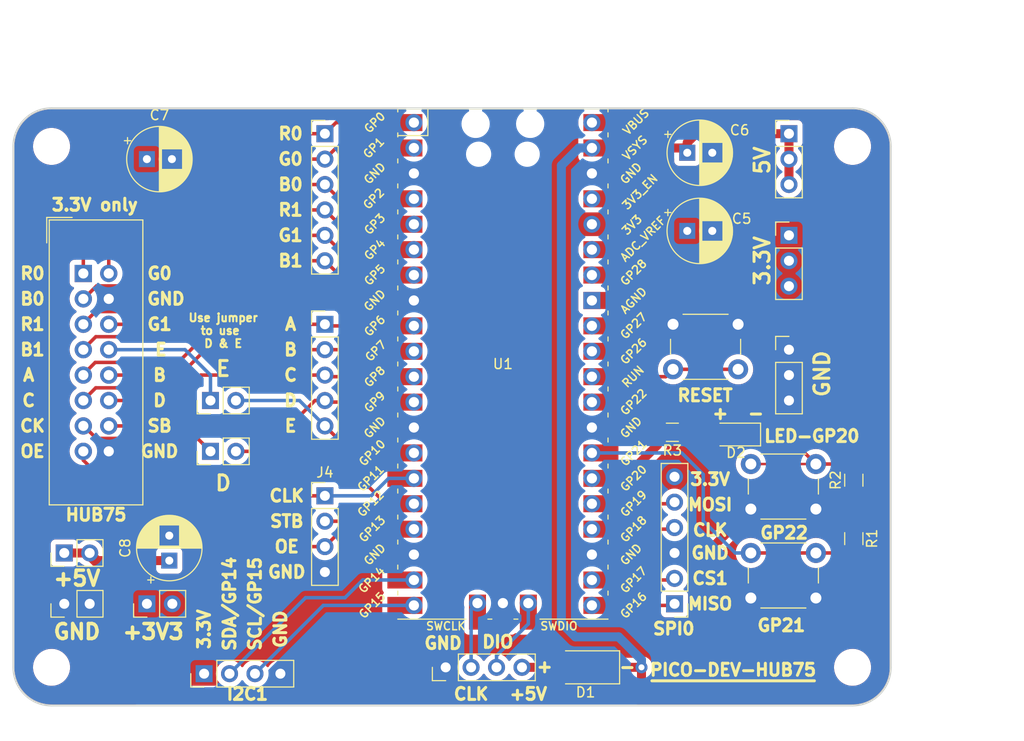
<source format=kicad_pcb>
(kicad_pcb (version 20221018) (generator pcbnew)
  (layers (0 "F.Cu" signal) (31 "B.Cu" signal) (34 "B.Paste" user) (35 "F.Paste" user) (36 "B.SilkS" user "B.Silkscreen") (37 "F.SilkS" user "F.Silkscreen") (38 "B.Mask" user) (39 "F.Mask" user) (44 "Edge.Cuts" user))
  (net 0 "")
  (net 1 "GND")
  (net 2 "+3V3")
  (net 3 "/B1_LV")
  (net 4 "/G1_LV")
  (net 5 "/R1_LV")
  (net 6 "/B0_LV")
  (net 7 "/G0_LV")
  (net 8 "/R0_LV")
  (net 9 "+5V")
  (net 10 "Net-(U1-Pad31)")
  (net 11 "Net-(U1-Pad32)")
  (net 12 "Net-(U1-Pad33)")
  (net 13 "Net-(U1-Pad34)")
  (net 14 "Net-(U1-Pad35)")
  (net 15 "Net-(U1-Pad37)")
  (net 16 "Net-(U1-Pad40)")
  (net 17 "/A_LV")
  (net 18 "/B_LV")
  (net 19 "/C_LV")
  (net 20 "/D_LV")
  (net 21 "/E_LV")
  (net 22 "/CLK_LV")
  (net 23 "/STB_LV")
  (net 24 "/OE_LV")
  (net 25 "Net-(D1-Pad2)")
  (net 26 "Net-(J5-Pad1)")
  (net 27 "Net-(J5-Pad2)")
  (net 28 "Net-(J5-Pad4)")
  (net 29 "Net-(J5-Pad5)")
  (net 30 "/SDA")
  (net 31 "/SCL")
  (net 32 "Net-(J10-Pad3)")
  (net 33 "Net-(J10-Pad2)")
  (net 34 "/SW2")
  (net 35 "/SW1")
  (net 36 "/RUN")
  (net 37 "/LED")
  (net 38 "Net-(D2-Pad2)")
  (net 39 "Net-(J1-Pad8)")
  (net 40 "Net-(J1-Pad12)")
  (footprint "MCU_RaspberryPi_and_Boards:RPi_Pico_SMD_TH" (layer "F.Cu") (at 201.295 78.9)
    (fp_text reference "U1")
    (fp_text value "Pico")
  )
  (footprint "MountingHole:MountingHole_3.2mm_M3" (layer "F.Cu") (at 236.22 109.22)
    (fp_text reference "H1")
    (fp_text value "MountingHole")
  )
  (footprint "MountingHole:MountingHole_3.2mm_M3" (layer "F.Cu") (at 156.21 109.22)
    (fp_text reference "H2")
    (fp_text value "MountingHole")
  )
  (footprint "MountingHole:MountingHole_3.2mm_M3" (layer "F.Cu") (at 156.21 57.15)
    (fp_text reference "H3")
    (fp_text value "MountingHole")
  )
  (footprint "MountingHole:MountingHole_3.2mm_M3" (layer "F.Cu") (at 236.22 57.15)
    (fp_text reference "H4")
    (fp_text value "MountingHole")
  )
  (footprint "Connector_PinHeader_2.54mm:PinHeader_1x03_P2.54mm_Vertical" (layer "F.Cu") (at 229.87 77.47)
    (fp_text reference "J6")
    (fp_text value "Conn_01x03_Male")
  )
  (footprint "Connector_PinHeader_2.54mm:PinHeader_1x03_P2.54mm_Vertical" (layer "F.Cu") (at 229.87 55.88)
    (fp_text reference "J7")
    (fp_text value "Conn_01x03_Male")
  )
  (footprint "Connector_PinHeader_2.54mm:PinHeader_1x03_P2.54mm_Vertical" (layer "F.Cu") (at 229.87 66.04)
    (fp_text reference "J8")
    (fp_text value "Conn_01x03_Male")
  )
  (footprint "Button_Switch_THT:SW_PUSH_6mm_H5mm" (layer "F.Cu") (at 226.06 97.79)
    (fp_text reference "SW3")
    (fp_text value "SW_Push")
  )
  (footprint "Button_Switch_THT:SW_PUSH_6mm_H5mm" (layer "F.Cu") (at 224.79 79.43 180)
    (fp_text reference "SW1")
    (fp_text value "SW_Push")
  )
  (footprint "Connector_PinHeader_2.54mm:PinHeader_1x06_P2.54mm_Vertical" (layer "F.Cu") (at 218.44 102.87 180)
    (fp_text reference "J5")
    (fp_text value "Conn_01x06_Male")
  )
  (footprint "Connector_PinHeader_2.54mm:PinHeader_1x04_P2.54mm_Vertical" (layer "F.Cu") (at 195.58 109.22 90)
    (fp_text reference "J10")
    (fp_text value "Conn_01x04_Male")
  )
  (footprint "Diode_SMD:D_SMA" (layer "F.Cu") (at 209.55 109.22 180)
    (fp_text reference "D1")
    (fp_text value "D_Schottky")
  )
  (footprint "Capacitor_THT:CP_Radial_D6.3mm_P2.50mm" (layer "F.Cu") (at 219.71 65.59804)
    (fp_text reference "C5")
    (fp_text value "CP")
  )
  (footprint "Connector_PinHeader_2.54mm:PinHeader_1x04_P2.54mm_Vertical" (layer "F.Cu") (at 171.45 109.855 90)
    (fp_text reference "J9")
    (fp_text value "Conn_01x04_Male")
  )
  (footprint "Button_Switch_THT:SW_PUSH_6mm_H5mm" (layer "F.Cu") (at 226.06 88.9)
    (fp_text reference "SW2")
    (fp_text value "SW_Push")
  )
  (footprint "Connector_PinHeader_2.54mm:PinHeader_1x02_P2.54mm_Vertical" (layer "F.Cu") (at 172.085 82.55 90)
    (fp_text reference "JP1")
    (fp_text value "Jumper")
  )
  (footprint "Capacitor_THT:CP_Radial_D6.3mm_P2.50mm" (layer "F.Cu") (at 219.71 57.785)
    (fp_text reference "C6")
    (fp_text value "CP")
  )
  (footprint "Connector_PinHeader_2.54mm:PinHeader_1x05_P2.54mm_Vertical" (layer "F.Cu") (at 183.515 74.93)
    (fp_text reference "J3")
    (fp_text value "Conn_01x05_Male")
  )
  (footprint "Connector_IDC:IDC-Header_2x08_P2.54mm_Vertical" (layer "F.Cu") (at 159.385 69.85)
    (fp_text reference "J1")
    (fp_text value "Conn_02x08_Odd_Even")
  )
  (footprint "Capacitor_THT:CP_Radial_D6.3mm_P2.50mm" (layer "F.Cu") (at 167.9702 98.552 90)
    (fp_text reference "C8")
    (fp_text value "CP")
  )
  (footprint "Capacitor_THT:CP_Radial_D6.3mm_P2.50mm" (layer "F.Cu") (at 165.735 58.42)
    (fp_text reference "C7")
    (fp_text value "CP")
  )
  (footprint "LED_SMD:LED_1206_3216Metric_Pad1.42x1.75mm_HandSolder" (layer "F.Cu") (at 224.5725 85.94852 180)
    (fp_text reference "D2")
    (fp_text value "LED")
  )
  (footprint "Resistor_SMD:R_1206_3216Metric_Pad1.42x1.75mm_HandSolder" (layer "F.Cu") (at 236.347 96.3565 -90)
    (fp_text reference "R1")
    (fp_text value "10k")
  )
  (footprint "Resistor_SMD:R_1206_3216Metric_Pad1.42x1.75mm_HandSolder" (layer "F.Cu") (at 236.347 90.5145 90)
    (fp_text reference "R2")
    (fp_text value "10k")
  )
  (footprint "Resistor_SMD:R_1206_3216Metric_Pad1.42x1.75mm_HandSolder" (layer "F.Cu") (at 218.2225 85.725 180)
    (fp_text reference "R3")
    (fp_text value "470")
  )
  (footprint "Connector_PinHeader_2.54mm:PinHeader_1x02_P2.54mm_Vertical" (layer "F.Cu") (at 172.085 87.63 90)
    (fp_text reference "JP2")
    (fp_text value "Jumper")
  )
  (footprint "Connector_PinHeader_2.54mm:PinHeader_1x06_P2.54mm_Vertical" (layer "F.Cu") (at 183.515 55.88)
    (fp_text reference "J2")
    (fp_text value "Conn_01x06_Male")
  )
  (footprint "Connector_PinHeader_2.54mm:PinHeader_1x04_P2.54mm_Vertical" (layer "F.Cu") (at 183.515 92.075)
    (fp_text reference "J4")
    (fp_text value "Conn_01x05_Male")
  )
  (footprint "Connector_PinHeader_2.54mm:PinHeader_1x02_P2.54mm_Vertical" (layer "F.Cu") (at 157.48 97.79 90)
    (fp_text reference "+5V")
    (fp_text value "Conn_01x02_Male")
  )
  (footprint "Connector_PinHeader_2.54mm:PinHeader_1x02_P2.54mm_Vertical" (layer "F.Cu") (at 165.735 102.87 90)
    (fp_text reference "+3V3")
    (fp_text value "Conn_01x02_Male")
  )
  (footprint "Connector_PinHeader_2.54mm:PinHeader_1x02_P2.54mm_Vertical" (layer "F.Cu") (at 157.48 102.87 90)
    (fp_text reference "GND")
    (fp_text value "Conn_01x02_Male")
  )
  (gr_line (start 216.1794 110.5662) (end 232.41 110.5662) (stroke (width 0.3)) (layer "F.SilkS"))
  (gr_arc (start 236.22 53.34) (mid 238.914077 54.455923) (end 240.03 57.15) (stroke (width 0.2)) (layer "Edge.Cuts"))
  (gr_line (start 152.4 109.22) (end 152.4 57.15) (stroke (width 0.2)) (layer "Edge.Cuts"))
  (gr_arc (start 156.21 113.03) (mid 153.515923 111.914077) (end 152.4 109.22) (stroke (width 0.2)) (layer "Edge.Cuts"))
  (gr_line (start 156.21 53.34) (end 236.22 53.34) (stroke (width 0.2)) (layer "Edge.Cuts"))
  (gr_arc (start 240.03 109.22) (mid 238.914077 111.914077) (end 236.22 113.03) (stroke (width 0.2)) (layer "Edge.Cuts"))
  (gr_line (start 240.03 57.15) (end 240.03 109.22) (stroke (width 0.2)) (layer "Edge.Cuts"))
  (gr_line (start 236.22 113.03) (end 156.21 113.03) (stroke (width 0.2)) (layer "Edge.Cuts"))
  (gr_arc (start 152.4 57.15) (mid 153.515923 54.455923) (end 156.21 53.34) (stroke (width 0.2)) (layer "Edge.Cuts"))
  (gr_text "3.3V" (at 227.203 68.58 90) (layer "F.SilkS") (effects (font (size 1.5 1.5) (thickness 0.3))))
  (gr_text "GND" (at 233.172 79.883 90) (layer "F.SilkS") (effects (font (size 1.5 1.5) (thickness 0.3))))
  (gr_text "SCL/GP15" (at 176.53 102.87 90) (layer "F.SilkS") (effects (font (size 1.2 1.2) (thickness 0.3))))
  (gr_text "I2C1" (at 175.768 111.887) (layer "F.SilkS") (effects (font (size 1.2 1.2) (thickness 0.3))))
  (gr_text "3.3V" (at 171.45 105.41 90) (layer "F.SilkS") (effects (font (size 1.2 1.2) (thickness 0.3))))
  (gr_text "GND" (at 179.07 105.41 90) (layer "F.SilkS") (effects (font (size 1.2 1.2) (thickness 0.3))))
  (gr_text "GND" (at 195.326 106.807) (layer "F.SilkS") (effects (font (size 1.2 1.2) (thickness 0.3))))
  (gr_text "CLK" (at 198.12 111.887) (layer "F.SilkS") (effects (font (size 1.2 1.2) (thickness 0.3))))
  (gr_text "DIO" (at 200.787 106.68) (layer "F.SilkS") (effects (font (size 1.2 1.2) (thickness 0.3))))
  (gr_text "+5V" (at 203.835 111.887) (layer "F.SilkS") (effects (font (size 1.2 1.2) (thickness 0.3))))
  (gr_text "GP22" (at 229.3874 95.77832) (layer "F.SilkS") (effects (font (size 1.2 1.2) (thickness 0.3))))
  (gr_text "GP21" (at 229.108 105.029) (layer "F.SilkS") (effects (font (size 1.2 1.2) (thickness 0.3))))
  (gr_text "R1" (at 154.305 74.93) (layer "F.SilkS") (effects (font (size 1.2 1.2) (thickness 0.3))))
  (gr_text "B1" (at 154.305 77.47) (layer "F.SilkS") (effects (font (size 1.2 1.2) (thickness 0.3))))
  (gr_text "A" (at 153.924 80.01) (layer "F.SilkS") (effects (font (size 1.2 1.2) (thickness 0.3))))
  (gr_text "C" (at 153.924 82.55) (layer "F.SilkS") (effects (font (size 1.2 1.2) (thickness 0.3))))
  (gr_text "CK" (at 154.305 85.09) (layer "F.SilkS") (effects (font (size 1.2 1.2) (thickness 0.3))))
  (gr_text "OE" (at 154.305 87.63) (layer "F.SilkS") (effects (font (size 1.2 1.2) (thickness 0.3))))
  (gr_text "G0" (at 167.005 69.85) (layer "F.SilkS") (effects (font (size 1.2 1.2) (thickness 0.3))))
  (gr_text "G1" (at 167.005 74.93) (layer "F.SilkS") (effects (font (size 1.2 1.2) (thickness 0.3))))
  (gr_text "E" (at 167.132 77.47) (layer "F.SilkS") (effects (font (size 1.2 1.2) (thickness 0.3))))
  (gr_text "B" (at 167.005 80.01) (layer "F.SilkS") (effects (font (size 1.2 1.2) (thickness 0.3))))
  (gr_text "D" (at 167.005 82.55) (layer "F.SilkS") (effects (font (size 1.2 1.2) (thickness 0.3))))
  (gr_text "SB" (at 167.005 85.09) (layer "F.SilkS") (effects (font (size 1.2 1.2) (thickness 0.3))))
  (gr_text "GND" (at 167.64 72.39) (layer "F.SilkS") (effects (font (size 1.2 1.2) (thickness 0.3))))
  (gr_text "B0" (at 154.305 72.39) (layer "F.SilkS") (effects (font (size 1.2 1.2) (thickness 0.3))))
  (gr_text "GND" (at 167.005 87.63) (layer "F.SilkS") (effects (font (size 1.2 1.2) (thickness 0.3))))
  (gr_text "SPI0" (at 218.3638 105.36428) (layer "F.SilkS") (effects (font (size 1.2 1.2) (thickness 0.3))))
  (gr_text "R0" (at 180.086 55.88) (layer "F.SilkS") (effects (font (size 1.2 1.2) (thickness 0.3))))
  (gr_text "G0" (at 180.086 58.42) (layer "F.SilkS") (effects (font (size 1.2 1.2) (thickness 0.3))))
  (gr_text "B0" (at 180.086 60.96) (layer "F.SilkS") (effects (font (size 1.2 1.2) (thickness 0.3))))
  (gr_text "R1" (at 180.086 63.5) (layer "F.SilkS") (effects (font (size 1.2 1.2) (thickness 0.3))))
  (gr_text "G1" (at 180.086 66.04) (layer "F.SilkS") (effects (font (size 1.2 1.2) (thickness 0.3))))
  (gr_text "B1" (at 180.086 68.58) (layer "F.SilkS") (effects (font (size 1.2 1.2) (thickness 0.3))))
  (gr_text "A" (at 180.086 74.93) (layer "F.SilkS") (effects (font (size 1.2 1.2) (thickness 0.3))))
  (gr_text "B" (at 180.086 77.47) (layer "F.SilkS") (effects (font (size 1.2 1.2) (thickness 0.3))))
  (gr_text "C" (at 180.086 80.01) (layer "F.SilkS") (effects (font (size 1.2 1.2) (thickness 0.3))))
  (gr_text "D" (at 180.086 82.55) (layer "F.SilkS") (effects (font (size 1.2 1.2) (thickness 0.3))))
  (gr_text "E" (at 180.086 85.09) (layer "F.SilkS") (effects (font (size 1.2 1.2) (thickness 0.3))))
  (gr_text "STB" (at 179.705 94.615) (layer "F.SilkS") (effects (font (size 1.2 1.2) (thickness 0.3))))
  (gr_text "OE" (at 179.705 97.155) (layer "F.SilkS") (effects (font (size 1.2 1.2) (thickness 0.3))))
  (gr_text "GND" (at 179.705 99.695) (layer "F.SilkS") (effects (font (size 1.2 1.2) (thickness 0.3))))
  (gr_text "RESET" (at 221.488 82.042) (layer "F.SilkS") (effects (font (size 1.2 1.2) (thickness 0.3))))
  (gr_text "MISO" (at 221.996 102.87) (layer "F.SilkS") (effects (font (size 1.2 1.2) (thickness 0.3))))
  (gr_text "CS1" (at 221.996 100.33) (layer "F.SilkS") (effects (font (size 1.2 1.2) (thickness 0.3))))
  (gr_text "GND" (at 221.996 97.79) (layer "F.SilkS") (effects (font (size 1.2 1.2) (thickness 0.3))))
  (gr_text "CLK" (at 221.996 95.504) (layer "F.SilkS") (effects (font (size 1.2 1.2) (thickness 0.3))))
  (gr_text "MOSI" (at 221.996 92.964) (layer "F.SilkS") (effects (font (size 1.2 1.2) (thickness 0.3))))
  (gr_text "3.3V" (at 221.996 90.424) (layer "F.SilkS") (effects (font (size 1.2 1.2) (thickness 0.3))))
  (gr_text "HUB75" (at 160.655 93.98) (layer "F.SilkS") (effects (font (size 1.2 1.2) (thickness 0.3))))
  (gr_text "Use jumper\nto use \nD & E" (at 173.355 75.565) (layer "F.SilkS") (effects (font (size 0.8 0.8) (thickness 0.2))))
  (gr_text "-" (at 226.568 83.82) (layer "F.SilkS") (effects (font (size 1.2 1.2) (thickness 0.3))))
  (gr_text "+" (at 223.012 83.82) (layer "F.SilkS") (effects (font (size 1.2 1.2) (thickness 0.3))))
  (gr_text "-" (at 213.73084 109.16412) (layer "F.SilkS") (effects (font (size 1.2 1.2) (thickness 0.3))))
  (gr_text "+" (at 205.46568 109.13364) (layer "F.SilkS") (effects (font (size 1.2 1.2) (thickness 0.3))))
  (gr_text "LED-GP20" (at 232.156 86.106) (layer "F.SilkS") (effects (font (size 1.2 1.2) (thickness 0.3))))
  (gr_text "D" (at 173.355 90.805) (layer "F.SilkS") (effects (font (size 1.5 1.5) (thickness 0.3))))
  (gr_text "CLK" (at 179.705 92.075) (layer "F.SilkS") (effects (font (size 1.2 1.2) (thickness 0.3))))
  (gr_text "3.3V only" (at 160.528 62.992) (layer "F.SilkS") (effects (font (size 1.2 1.2) (thickness 0.3))))
  (gr_text "E" (at 173.355 79.375) (layer "F.SilkS") (effects (font (size 1.5 1.5) (thickness 0.3))))
  (gr_text "R0" (at 154.305 69.85) (layer "F.SilkS") (effects (font (size 1.2 1.2) (thickness 0.3))))
  (gr_text "5V" (at 227.203 58.547 90) (layer "F.SilkS") (effects (font (size 1.5 1.5) (thickness 0.3))))
  (gr_text "PICO-DEV-HUB75" (at 224.282 109.474) (layer "F.SilkS") (effects (font (size 1.2 1.2) (thickness 0.3))))
  (gr_text "SDA/GP14" (at 173.99 102.87 90) (layer "F.SilkS") (effects (font (size 1.2 1.2) (thickness 0.3))))
  (segment (start 185.26 97.95) (end 183.515 99.695) (width 0.9) (layer "F.Cu") (net 1))
  (segment (start 229.87 82.55) (end 229.87 80.01) (width 0.9) (layer "F.Cu") (net 1))
  (segment (start 221.67 97.79) (end 226.06 93.4) (width 0.9) (layer "F.Cu") (net 1))
  (segment (start 223.76384 83.65236) (end 214.59444 83.65236) (width 0.9) (layer "F.Cu") (net 1))
  (segment (start 214.59444 83.65236) (end 212.9968 85.25) (width 0.9) (layer "F.Cu") (net 1))
  (segment (start 227.33 77.47) (end 224.79 74.93) (width 0.9) (layer "F.Cu") (net 1))
  (segment (start 226.06 93.4) (end 232.56 93.4) (width 0.9) (layer "F.Cu") (net 1))
  (segment (start 229.87 77.47) (end 227.33 77.47) (width 0.9) (layer "F.Cu") (net 1))
  (segment (start 212.9968 85.25) (end 210.185 85.25) (width 0.9) (layer "F.Cu") (net 1))
  (segment (start 192.405 97.95) (end 185.26 97.95) (width 0.9) (layer "F.Cu") (net 1))
  (segment (start 226.06 85.94852) (end 223.76384 83.65236) (width 0.9) (layer "F.Cu") (net 1))
  (segment (start 229.87 80.01) (end 229.87 77.47) (width 0.9) (layer "F.Cu") (net 1))
  (segment (start 218.44 97.79) (end 221.67 97.79) (width 0.9) (layer "F.Cu") (net 1))
  (segment (start 161.925 72.39) (end 163.576 72.39) (width 0.9) (layer "B.Cu") (net 1))
  (segment (start 161.925 87.63) (end 161.925 87.8332) (width 0.9) (layer "B.Cu") (net 1))
  (segment (start 195.1406 72.55) (end 195.5292 72.1614) (width 0.9) (layer "B.Cu") (net 1))
  (segment (start 218.3892 74.93) (end 221.5896 78.1304) (width 0.9) (layer "B.Cu") (net 1))
  (segment (start 218.29 74.93) (end 218.3892 74.93) (width 0.9) (layer "B.Cu") (net 1))
  (segment (start 210.185 59.85) (end 222.11604 59.85) (width 0.9) (layer "B.Cu") (net 1))
  (segment (start 221.5896 81.3308) (end 221.5896 78.1304) (width 0.9) (layer "B.Cu") (net 1))
  (segment (start 239.014 100.4316) (end 227.5332 111.9124) (width 0.9) (layer "B.Cu") (net 1))
  (segment (start 227.5332 111.9124) (end 167.259 111.9124) (width 0.9) (layer "B.Cu") (net 1))
  (segment (start 201.295 102.8) (end 201.295 101.3206) (width 0.9) (layer "B.Cu") (net 1))
  (segment (start 195.5292 102.8954) (end 189.2046 109.22) (width 0.9) (layer "B.Cu") (net 1))
  (segment (start 154.178 99.568) (end 157.48 102.87) (width 0.9) (layer "B.Cu") (net 1))
  (segment (start 198.6102 97.95) (end 192.405 97.95) (width 0.9) (layer "B.Cu") (net 1))
  (segment (start 167.0412 60.8584) (end 168.235 59.6646) (width 0.9) (layer "B.Cu") (net 1))
  (segment (start 166.7872 96.052) (end 167.9702 96.052) (width 0.9) (layer "B.Cu") (net 1))
  (segment (start 175.1292 99.695) (end 171.4862 96.052) (width 0.9) (layer "B.Cu") (net 1))
  (segment (start 168.235 67.731) (end 168.235 59.6646) (width 0.9) (layer "B.Cu") (net 1))
  (segment (start 210.185 97.95) (end 218.28 97.95) (width 0.9) (layer "B.Cu") (net 1))
  (segment (start 222.21 65.59804) (end 222.21 57.785) (width 0.9) (layer "B.Cu") (net 1))
  (segment (start 201.295 102.8) (end 201.295 100.6348) (width 0.9) (layer "B.Cu") (net 1))
  (segment (start 195.58 109.22) (end 181.61 109.22) (width 0.9) (layer "B.Cu") (net 1))
  (segment (start 225.47072 63.5762) (end 222.21 60.31548) (width 0.9) (layer "B.Cu") (net 1))
  (segment (start 167.259 110.109) (end 160.02 102.87) (width 0.9) (layer "B.Cu") (net 1))
  (segment (start 232.56 102.29) (end 237.1556 102.29) (width 0.9) (layer "B.Cu") (net 1))
  (segment (start 171.4862 96.052) (end 167.9702 96.052) (width 0.9) (layer "B.Cu") (net 1))
  (segment (start 195.5292 62.9742) (end 195.5292 72.1614) (width 0.9) (layer "B.Cu") (net 1))
  (segment (start 192.405 72.55) (end 195.1406 72.55) (width 0.9) (layer "B.Cu") (net 1))
  (segment (start 232.9942 63.5762) (end 225.47072 63.5762) (width 0.9) (layer "B.Cu") (net 1))
  (segment (start 239.014 69.596) (end 232.9942 63.5762) (width 0.9) (layer "B.Cu") (net 1))
  (segment (start 201.295 100.6348) (end 198.6102 97.95) (width 0.9) (layer "B.Cu") (net 1))
  (segment (start 178.2318 89.3064) (end 171.4862 96.052) (width 0.9) (layer "B.Cu") (net 1))
  (segment (start 217.6704 85.25) (end 221.5896 81.3308) (width 0.9) (layer "B.Cu") (net 1))
  (segment (start 160.1978 60.8584) (end 167.0412 60.8584) (width 0.9) (layer "B.Cu") (net 1))
  (segment (start 157.48 102.87) (end 160.02 102.87) (width 0.9) (layer "B.Cu") (net 1))
  (segment (start 154.178 66.8782) (end 154.178 99.568) (width 0.9) (layer "B.Cu") (net 1))
  (segment (start 224.79 68.17804) (end 222.21 65.59804) (width 0.9) (layer "B.Cu") (net 1))
  (segment (start 163.576 72.39) (end 168.235 67.731) (width 0.9) (layer "B.Cu") (net 1))
  (segment (start 181.61 109.22) (end 179.705 109.22) (width 0.9) (layer "B.Cu") (net 1))
  (segment (start 192.405 59.85) (end 195.5292 62.9742) (width 0.9) (layer "B.Cu") (net 1))
  (segment (start 218.44 97.79) (end 221.67 97.79) (width 0.9) (layer "B.Cu") (net 1))
  (segment (start 195.5292 72.1614) (end 195.5292 97.9678) (width 0.9) (layer "B.Cu") (net 1))
  (segment (start 183.515 99.695) (end 175.1292 99.695) (width 0.9) (layer "B.Cu") (net 1))
  (segment (start 226.06 102.29) (end 232.56 102.29) (width 0.9) (layer "B.Cu") (net 1))
  (segment (start 201.295 102.8) (end 201.295 102.0572) (width 0.25) (layer "B.Cu") (net 1))
  (segment (start 179.705 109.22) (end 179.07 109.855) (width 0.9) (layer "B.Cu") (net 1))
  (segment (start 221.5896 78.1304) (end 224.79 74.93) (width 0.9) (layer "B.Cu") (net 1))
  (segment (start 192.405 85.25) (end 189.4764 85.25) (width 0.9) (layer "B.Cu") (net 1))
  (segment (start 239.014 100.4316) (end 239.014 69.596) (width 0.9) (layer "B.Cu") (net 1))
  (segment (start 167.259 111.9124) (end 167.259 110.109) (width 0.9) (layer "B.Cu") (net 1))
  (segment (start 160.02 102.87) (end 160.02 102.8192) (width 0.9) (layer "B.Cu") (net 1))
  (segment (start 189.2046 109.22) (end 181.61 109.22) (width 0.9) (layer "B.Cu") (net 1))
  (segment (start 185.42 89.3064) (end 178.2318 89.3064) (width 0.9) (layer "B.Cu") (net 1))
  (segment (start 161.925 87.8332) (end 167.9702 93.8784) (width 0.9) (layer "B.Cu") (net 1))
  (segment (start 222.11604 59.85) (end 222.21 59.75604) (width 0.9) (layer "B.Cu") (net 1))
  (segment (start 195.5292 97.9678) (end 195.5292 102.8954) (width 0.9) (layer "B.Cu") (net 1))
  (segment (start 222.21 59.75604) (end 222.21 57.785) (width 0.9) (layer "B.Cu") (net 1))
  (segment (start 168.235 59.6646) (end 168.235 58.42) (width 0.9) (layer "B.Cu") (net 1))
  (segment (start 195.5114 97.95) (end 195.5292 97.9678) (width 0.9) (layer "B.Cu") (net 1))
  (segment (start 218.44 97.79) (end 221.56 97.79) (width 0.9) (layer "B.Cu") (net 1))
  (segment (start 210.185 85.25) (end 217.6704 85.25) (width 0.9) (layer "B.Cu") (net 1))
  (segment (start 189.4764 85.25) (end 185.42 89.3064) (width 0.9) (layer "B.Cu") (net 1))
  (segment (start 192.405 97.95) (end 195.5114 97.95) (width 0.9) (layer "B.Cu") (net 1))
  (segment (start 221.56 97.79) (end 226.06 102.29) (width 0.9) (layer "B.Cu") (net 1))
  (segment (start 237.1556 102.29) (end 239.014 100.4316) (width 0.9) (layer "B.Cu") (net 1))
  (segment (start 224.79 74.93) (end 224.79 68.17804) (width 0.9) (layer "B.Cu") (net 1))
  (segment (start 154.178 66.8782) (end 160.1978 60.8584) (width 0.9) (layer "B.Cu") (net 1))
  (segment (start 218.28 97.95) (end 218.44 97.79) (width 0.9) (layer "B.Cu") (net 1))
  (segment (start 160.02 102.8192) (end 166.7872 96.052) (width 0.9) (layer "B.Cu") (net 1))
  (segment (start 222.21 60.31548) (end 222.21 59.75604) (width 0.9) (layer "B.Cu") (net 1))
  (segment (start 167.9702 93.8784) (end 167.9702 96.052) (width 0.9) (layer "B.Cu") (net 1))
  (segment (start 171.45 106.045) (end 168.275 102.87) (width 0.9) (layer "F.Cu") (net 2))
  (segment (start 236.347 91.5395) (end 236.347 95.3315) (width 0.9) (layer "F.Cu") (net 2))
  (segment (start 219.71 64.57696) (end 221.26956 63.0174) (width 0.9) (layer "F.Cu") (net 2))
  (segment (start 221.26956 63.0174) (end 226.8474 63.0174) (width 0.9) (layer "F.Cu") (net 2))
  (segment (start 170.9928 95.7326) (end 169.418 94.1578) (width 0.9) (layer "F.Cu") (net 2))
  (segment (start 157.5816 91.2876) (end 154.686 88.392) (width 0.9) (layer "F.Cu") (net 2))
  (segment (start 168.275 102.235) (end 170.9928 99.5172) (width 0.9) (layer "F.Cu") (net 2))
  (segment (start 210.185 64.93) (end 207.104 64.93) (width 0.9) (layer "F.Cu") (net 2))
  (segment (start 222.2754 90.17) (end 218.44 90.17) (width 0.9) (layer "F.Cu") (net 2))
  (segment (start 160.4518 94.1578) (end 157.5816 91.2876) (width 0.9) (layer "F.Cu") (net 2))
  (segment (start 233.6546 91.2368) (end 233.9573 91.5395) (width 0.9) (layer "F.Cu") (net 2))
  (segment (start 233.6546 91.2368) (end 223.3422 91.2368) (width 0.9) (layer "F.Cu") (net 2))
  (segment (start 236.347 95.3315) (end 238.1705 95.3315) (width 0.9) (layer "F.Cu") (net 2))
  (segment (start 196.723 103.886) (end 194.31 106.299) (width 0.9) (layer "F.Cu") (net 2))
  (segment (start 238.7346 79.4766) (end 238.7346 94.7674) (width 0.9) (layer "F.Cu") (net 2))
  (segment (start 154.686 88.392) (end 154.686 64.008) (width 0.9) (layer "F.Cu") (net 2))
  (segment (start 238.7346 100.1776) (end 232.2322 106.68) (width 0.9) (layer "F.Cu") (net 2))
  (segment (start 160.274 58.42) (end 165.735 58.42) (width 0.9) (layer "F.Cu") (net 2))
  (segment (start 233.9573 91.5395) (end 236.347 91.5395) (width 0.9) (layer "F.Cu") (net 2))
  (segment (start 229.87 71.12) (end 230.378 71.12) (width 0.9) (layer "F.Cu") (net 2))
  (segment (start 194.2592 106.68) (end 193.8782 106.299) (width 0.9) (layer "F.Cu") (net 2))
  (segment (start 196.723 75.311) (end 196.723 103.886) (width 0.9) (layer "F.Cu") (net 2))
  (segment (start 226.8474 63.0174) (end 229.87 66.04) (width 0.9) (layer "F.Cu") (net 2))
  (segment (start 207.104 64.93) (end 196.723 75.311) (width 0.9) (layer "F.Cu") (net 2))
  (segment (start 210.185 64.93) (end 219.04196 64.93) (width 0.9) (layer "F.Cu") (net 2))
  (segment (start 219.71 65.59804) (end 219.71 64.57696) (width 0.9) (layer "F.Cu") (net 2))
  (segment (start 168.275 102.87) (end 168.275 102.235) (width 0.9) (layer "F.Cu") (net 2))
  (segment (start 193.8782 106.299) (end 171.704 106.299) (width 0.9) (layer "F.Cu") (net 2))
  (segment (start 194.31 106.299) (end 193.8782 106.299) (width 0.9) (layer "F.Cu") (net 2))
  (segment (start 223.3422 91.2368) (end 222.2754 90.17) (width 0.9) (layer "F.Cu") (net 2))
  (segment (start 169.418 94.1578) (end 160.4518 94.1578) (width 0.9) (layer "F.Cu") (net 2))
  (segment (start 219.04196 64.93) (end 219.71 65.59804) (width 0.9) (layer "F.Cu") (net 2))
  (segment (start 157.861 91.567) (end 157.5816 91.2876) (width 0.9) (layer "F.Cu") (net 2))
  (segment (start 238.7346 94.7674) (end 238.7346 100.1776) (width 0.9) (layer "F.Cu") (net 2))
  (segment (start 171.704 106.299) (end 168.275 102.87) (width 0.9) (layer "F.Cu") (net 2))
  (segment (start 238.1705 95.3315) (end 238.7346 94.7674) (width 0.9) (layer "F.Cu") (net 2))
  (segment (start 170.9928 99.5172) (end 170.9928 95.7326) (width 0.9) (layer "F.Cu") (net 2))
  (segment (start 229.87 66.04) (end 229.87 68.58) (width 0.9) (layer "F.Cu") (net 2))
  (segment (start 154.686 64.008) (end 160.274 58.42) (width 0.9) (layer "F.Cu") (net 2))
  (segment (start 232.2322 106.68) (end 194.2592 106.68) (width 0.9) (layer "F.Cu") (net 2))
  (segment (start 168.275 102.87) (end 165.735 102.87) (width 0.9) (layer "F.Cu") (net 2))
  (segment (start 230.378 71.12) (end 238.7346 79.4766) (width 0.9) (layer "F.Cu") (net 2))
  (segment (start 229.87 68.58) (end 229.87 71.12) (width 0.9) (layer "F.Cu") (net 2))
  (segment (start 171.45 109.855) (end 171.45 106.045) (width 0.9) (layer "F.Cu") (net 2))
  (segment (start 172.9232 68.58) (end 183.515 68.58) (width 0.35) (layer "F.Cu") (net 3))
  (segment (start 192.405 70.01) (end 184.945 70.01) (width 0.35) (layer "F.Cu") (net 3))
  (segment (start 160.6296 76.1746) (end 165.3286 76.1746) (width 0.35) (layer "F.Cu") (net 3))
  (segment (start 165.3286 76.1746) (end 172.9232 68.58) (width 0.35) (layer "F.Cu") (net 3))
  (segment (start 159.385 77.4192) (end 160.6296 76.1746) (width 0.35) (layer "F.Cu") (net 3))
  (segment (start 159.385 77.47) (end 159.385 77.4192) (width 0.35) (layer "F.Cu") (net 3))
  (segment (start 184.945 70.01) (end 183.515 68.58) (width 0.35) (layer "F.Cu") (net 3))
  (segment (start 192.405 67.47) (end 184.945 67.47) (width 0.35) (layer "F.Cu") (net 4))
  (segment (start 174.1678 66.04) (end 183.515 66.04) (width 0.35) (layer "F.Cu") (net 4))
  (segment (start 161.925 74.93) (end 165.2778 74.93) (width 0.35) (layer "F.Cu") (net 4))
  (segment (start 184.945 67.47) (end 183.515 66.04) (width 0.35) (layer "F.Cu") (net 4))
  (segment (start 165.2778 74.93) (end 174.1678 66.04) (width 0.35) (layer "F.Cu") (net 4))
  (segment (start 175.3362 63.5) (end 183.515 63.5) (width 0.35) (layer "F.Cu") (net 5))
  (segment (start 184.945 64.93) (end 183.515 63.5) (width 0.35) (layer "F.Cu") (net 5))
  (segment (start 192.405 64.93) (end 184.945 64.93) (width 0.35) (layer "F.Cu") (net 5))
  (segment (start 160.6042 73.66) (end 165.1762 73.66) (width 0.35) (layer "F.Cu") (net 5))
  (segment (start 159.385 74.93) (end 159.385 74.8792) (width 0.35) (layer "F.Cu") (net 5))
  (segment (start 165.1762 73.66) (end 175.3362 63.5) (width 0.35) (layer "F.Cu") (net 5))
  (segment (start 159.385 74.8792) (end 160.6042 73.66) (width 0.35) (layer "F.Cu") (net 5))
  (segment (start 160.7058 71.0946) (end 165.6588 71.0946) (width 0.35) (layer "F.Cu") (net 6))
  (segment (start 159.4104 72.39) (end 160.7058 71.0946) (width 0.35) (layer "F.Cu") (net 6))
  (segment (start 165.6588 71.0946) (end 175.7934 60.96) (width 0.35) (layer "F.Cu") (net 6))
  (segment (start 192.405 62.39) (end 184.945 62.39) (width 0.35) (layer "F.Cu") (net 6))
  (segment (start 159.385 72.39) (end 159.4104 72.39) (width 0.35) (layer "F.Cu") (net 6))
  (segment (start 184.945 62.39) (end 183.515 60.96) (width 0.35) (layer "F.Cu") (net 6))
  (segment (start 175.7934 60.96) (end 183.515 60.96) (width 0.35) (layer "F.Cu") (net 6))
  (segment (start 161.925 69.85) (end 161.925 66.1416) (width 0.35) (layer "F.Cu") (net 7))
  (segment (start 161.925 66.1416) (end 164.846 63.2206) (width 0.35) (layer "F.Cu") (net 7))
  (segment (start 164.846 63.2206) (end 171.45 63.2206) (width 0.35) (layer "F.Cu") (net 7))
  (segment (start 171.45 63.2206) (end 176.2506 58.42) (width 0.35) (layer "F.Cu") (net 7))
  (segment (start 176.2506 58.42) (end 183.515 58.42) (width 0.35) (layer "F.Cu") (net 7))
  (segment (start 192.405 57.31) (end 184.625 57.31) (width 0.35) (layer "F.Cu") (net 7))
  (segment (start 184.625 57.31) (end 183.515 58.42) (width 0.35) (layer "F.Cu") (net 7))
  (segment (start 164.2618 62.103) (end 170.688 62.103) (width 0.35) (layer "F.Cu") (net 8))
  (segment (start 184.625 54.77) (end 183.515 55.88) (width 0.35) (layer "F.Cu") (net 8))
  (segment (start 159.385 69.85) (end 159.385 66.9798) (width 0.35) (layer "F.Cu") (net 8))
  (segment (start 192.405 54.77) (end 184.625 54.77) (width 0.35) (layer "F.Cu") (net 8))
  (segment (start 170.688 62.103) (end 176.911 55.88) (width 0.35) (layer "F.Cu") (net 8))
  (segment (start 176.911 55.88) (end 183.515 55.88) (width 0.35) (layer "F.Cu") (net 8))
  (segment (start 159.385 66.9798) (end 164.2618 62.103) (width 0.35) (layer "F.Cu") (net 8))
  (segment (start 167.9702 98.552) (end 160.782 98.552) (width 0.9) (layer "F.Cu") (net 9))
  (segment (start 160.02 98.0948) (end 162.6362 100.711) (width 0.9) (layer "F.Cu") (net 9))
  (segment (start 220.599 55.88) (end 219.71 56.769) (width 0.9) (layer "F.Cu") (net 9))
  (segment (start 215.138 109.22) (end 215.138 110.871) (width 0.9) (layer "F.Cu") (net 9))
  (segment (start 162.6362 100.711) (end 162.6362 109.3216) (width 0.9) (layer "F.Cu") (net 9))
  (segment (start 219.235 57.31) (end 219.71 57.785) (width 0.9) (layer "F.Cu") (net 9))
  (segment (start 210.185 57.31) (end 219.235 57.31) (width 0.9) (layer "F.Cu") (net 9))
  (segment (start 160.02 97.79) (end 160.02 98.0948) (width 0.9) (layer "F.Cu") (net 9))
  (segment (start 215.138 110.871) (end 213.995 112.014) (width 0.9) (layer "F.Cu") (net 9))
  (segment (start 162.6362 109.3216) (end 165.3286 112.014) (width 0.9) (layer "F.Cu") (net 9))
  (segment (start 229.87 55.88) (end 229.87 58.42) (width 0.9) (layer "F.Cu") (net 9))
  (segment (start 229.87 55.88) (end 220.599 55.88) (width 0.9) (layer "F.Cu") (net 9))
  (segment (start 160.782 98.552) (end 160.02 97.79) (width 0.9) (layer "F.Cu") (net 9))
  (segment (start 165.3286 112.014) (end 213.995 112.014) (width 0.9) (layer "F.Cu") (net 9))
  (segment (start 219.71 56.769) (end 219.71 57.785) (width 0.9) (layer "F.Cu") (net 9))
  (segment (start 229.87 58.42) (end 229.87 60.96) (width 0.9) (layer "F.Cu") (net 9))
  (segment (start 211.55 109.22) (end 215.138 109.22) (width 0.9) (layer "F.Cu") (net 9))
  (segment (start 157.48 97.79) (end 160.02 97.79) (width 0.9) (layer "F.Cu") (net 9))
  (via (at 215.138 109.22) (size 1.2) (drill 0.6) (layers "F.Cu" "B.Cu") (net 9))
  (segment (start 212.852 106.172) (end 208.534 106.172) (width 0.9) (layer "B.Cu") (net 9))
  (segment (start 207.137 104.775) (end 207.137 59.055) (width 0.9) (layer "B.Cu") (net 9))
  (segment (start 215.138 108.458) (end 212.852 106.172) (width 0.9) (layer "B.Cu") (net 9))
  (segment (start 215.138 109.22) (end 215.138 108.458) (width 0.9) (layer "B.Cu") (net 9))
  (segment (start 208.882 57.31) (end 210.185 57.31) (width 0.9) (layer "B.Cu") (net 9))
  (segment (start 208.534 106.172) (end 207.137 104.775) (width 0.9) (layer "B.Cu") (net 9))
  (segment (start 207.137 59.055) (end 208.882 57.31) (width 0.9) (layer "B.Cu") (net 9))
  (segment (start 160.5788 78.74) (end 168.8592 78.74) (width 0.35) (layer "F.Cu") (net 17))
  (segment (start 159.385 79.9338) (end 160.5788 78.74) (width 0.35) (layer "F.Cu") (net 17))
  (segment (start 168.8592 78.74) (end 172.6692 74.93) (width 0.35) (layer "F.Cu") (net 17))
  (segment (start 159.385 80.01) (end 159.385 79.9338) (width 0.35) (layer "F.Cu") (net 17))
  (segment (start 183.675 75.09) (end 183.515 74.93) (width 0.35) (layer "F.Cu") (net 17))
  (segment (start 192.405 75.09) (end 183.675 75.09) (width 0.35) (layer "F.Cu") (net 17))
  (segment (start 172.6692 74.93) (end 183.515 74.93) (width 0.35) (layer "F.Cu") (net 17))
  (segment (start 161.925 80.01) (end 169.037 80.01) (width 0.35) (layer "F.Cu") (net 18))
  (segment (start 169.037 80.01) (end 171.577 77.47) (width 0.35) (layer "F.Cu") (net 18))
  (segment (start 171.577 77.47) (end 183.515 77.47) (width 0.35) (layer "F.Cu") (net 18))
  (segment (start 192.245 77.47) (end 192.405 77.63) (width 0.35) (layer "F.Cu") (net 18))
  (segment (start 183.515 77.47) (end 192.245 77.47) (width 0.35) (layer "F.Cu") (net 18))
  (segment (start 183.675 80.17) (end 183.515 80.01) (width 0.35) (layer "F.Cu") (net 19))
  (segment (start 159.385 82.5246) (end 160.6296 81.28) (width 0.35) (layer "F.Cu") (net 19))
  (segment (start 169.8498 81.28) (end 171.1198 80.01) (width 0.35) (layer "F.Cu") (net 19))
  (segment (start 160.6296 81.28) (end 169.8498 81.28) (width 0.35) (layer "F.Cu") (net 19))
  (segment (start 171.1198 80.01) (end 183.515 80.01) (width 0.35) (layer "F.Cu") (net 19))
  (segment (start 192.405 80.17) (end 183.675 80.17) (width 0.35) (layer "F.Cu") (net 19))
  (segment (start 159.385 82.55) (end 159.385 82.5246) (width 0.35) (layer "F.Cu") (net 19))
  (segment (start 182.5244 82.55) (end 183.515 82.55) (width 0.35) (layer "F.Cu") (net 20))
  (segment (start 183.675 82.71) (end 183.515 82.55) (width 0.35) (layer "F.Cu") (net 20))
  (segment (start 192.405 82.71) (end 183.675 82.71) (width 0.35) (layer "F.Cu") (net 20))
  (segment (start 177.4444 87.63) (end 182.5244 82.55) (width 0.35) (layer "F.Cu") (net 20))
  (segment (start 174.625 87.63) (end 177.4444 87.63) (width 0.35) (layer "F.Cu") (net 20))
  (segment (start 186.215 87.79) (end 183.515 85.09) (width 0.35) (layer "F.Cu") (net 21))
  (segment (start 192.405 87.79) (end 186.215 87.79) (width 0.35) (layer "F.Cu") (net 21))
  (segment (start 174.625 82.55) (end 180.975 82.55) (width 0.35) (layer "B.Cu") (net 21))
  (segment (start 180.975 82.55) (end 183.515 85.09) (width 0.35) (layer "B.Cu") (net 21))
  (segment (start 169.5196 92.075) (end 183.515 92.075) (width 0.35) (layer "F.Cu") (net 22))
  (segment (start 160.6804 86.3346) (end 163.7792 86.3346) (width 0.35) (layer "F.Cu") (net 22))
  (segment (start 163.7792 86.3346) (end 169.5196 92.075) (width 0.35) (layer "F.Cu") (net 22))
  (segment (start 159.4358 85.09) (end 160.6804 86.3346) (width 0.35) (layer "F.Cu") (net 22))
  (segment (start 159.385 85.09) (end 159.4358 85.09) (width 0.35) (layer "F.Cu") (net 22))
  (segment (start 188.1378 92.075) (end 189.8828 90.33) (width 0.35) (layer "B.Cu") (net 22))
  (segment (start 183.515 92.075) (end 188.1378 92.075) (width 0.35) (layer "B.Cu") (net 22))
  (segment (start 189.8828 90.33) (end 192.405 90.33) (width 0.35) (layer "B.Cu") (net 22))
  (segment (start 189.5932 92.87) (end 187.198 90.4748) (width 0.35) (layer "F.Cu") (net 23))
  (segment (start 170.2308 90.4748) (end 187.198 90.4748) (width 0.35) (layer "F.Cu") (net 23))
  (segment (start 192.405 92.87) (end 189.5932 92.87) (width 0.35) (layer "F.Cu") (net 23))
  (segment (start 187.8482 94.615) (end 189.5932 92.87) (width 0.35) (layer "F.Cu") (net 23))
  (segment (start 164.846 85.09) (end 170.2308 90.4748) (width 0.35) (layer "F.Cu") (net 23))
  (segment (start 161.925 85.09) (end 164.846 85.09) (width 0.35) (layer "F.Cu") (net 23))
  (segment (start 183.515 94.615) (end 187.8482 94.615) (width 0.35) (layer "F.Cu") (net 23))
  (segment (start 183.515 97.155) (end 185.26 95.41) (width 0.35) (layer "F.Cu") (net 24))
  (segment (start 163.9824 93.1164) (end 159.385 88.519) (width 0.35) (layer "F.Cu") (net 24))
  (segment (start 183.515 97.155) (end 174.5488 97.155) (width 0.35) (layer "F.Cu") (net 24))
  (segment (start 159.385 88.519) (end 159.385 87.63) (width 0.35) (layer "F.Cu") (net 24))
  (segment (start 170.5102 93.1164) (end 163.9824 93.1164) (width 0.35) (layer "F.Cu") (net 24))
  (segment (start 174.5488 97.155) (end 170.5102 93.1164) (width 0.35) (layer "F.Cu") (net 24))
  (segment (start 185.26 95.41) (end 192.405 95.41) (width 0.35) (layer "F.Cu") (net 24))
  (segment (start 203.2 109.22) (end 207.55 109.22) (width 0.9) (layer "F.Cu") (net 25))
  (segment (start 210.185 103.03) (end 218.28 103.03) (width 0.35) (layer "F.Cu") (net 26))
  (segment (start 218.28 103.03) (end 218.44 102.87) (width 0.35) (layer "F.Cu") (net 26))
  (segment (start 210.345 102.87) (end 210.185 103.03) (width 0.25) (layer "F.Cu") (net 26))
  (segment (start 218.28 100.49) (end 218.44 100.33) (width 0.35) (layer "F.Cu") (net 27))
  (segment (start 210.185 100.49) (end 218.28 100.49) (width 0.35) (layer "F.Cu") (net 27))
  (segment (start 218.28 95.41) (end 218.44 95.25) (width 0.35) (layer "F.Cu") (net 28))
  (segment (start 210.185 95.41) (end 218.28 95.41) (width 0.35) (layer "F.Cu") (net 28))
  (segment (start 218.28 92.87) (end 218.44 92.71) (width 0.35) (layer "F.Cu") (net 29))
  (segment (start 210.185 92.87) (end 218.28 92.87) (width 0.35) (layer "F.Cu") (net 29))
  (segment (start 187.292 100.49) (end 185.5216 102.2604) (width 0.35) (layer "B.Cu") (net 30))
  (segment (start 181.5846 102.2604) (end 173.99 109.855) (width 0.35) (layer "B.Cu") (net 30))
  (segment (start 185.5216 102.2604) (end 181.5846 102.2604) (width 0.35) (layer "B.Cu") (net 30))
  (segment (start 192.405 100.49) (end 187.292 100.49) (width 0.35) (layer "B.Cu") (net 30))
  (segment (start 192.405 103.03) (end 183.355 103.03) (width 0.35) (layer "B.Cu") (net 31))
  (segment (start 183.355 103.03) (end 176.53 109.855) (width 0.35) (layer "B.Cu") (net 31))
  (segment (start 203.835 104.8766) (end 203.835 102.8) (width 0.35) (layer "B.Cu") (net 32))
  (segment (start 200.66 109.22) (end 200.66 108.0516) (width 0.35) (layer "B.Cu") (net 32))
  (segment (start 200.66 108.0516) (end 203.835 104.8766) (width 0.35) (layer "B.Cu") (net 32))
  (segment (start 198.12 109.22) (end 198.12 103.435) (width 0.35) (layer "B.Cu") (net 33))
  (segment (start 198.12 103.435) (end 198.755 102.8) (width 0.35) (layer "B.Cu") (net 33))
  (segment (start 232.56 97.79) (end 235.9385 97.79) (width 0.35) (layer "F.Cu") (net 34))
  (segment (start 226.06 97.79) (end 232.56 97.79) (width 0.35) (layer "F.Cu") (net 34))
  (segment (start 232.614 97.844) (end 232.56 97.79) (width 0.35) (layer "F.Cu") (net 34))
  (segment (start 235.9385 97.79) (end 236.347 97.3815) (width 0.35) (layer "F.Cu") (net 34))
  (segment (start 236.293 97.79) (end 236.347 97.844) (width 0.25) (layer "F.Cu") (net 34))
  (segment (start 219.1588 87.79) (end 221.3102 89.9414) (width 0.35) (layer "B.Cu") (net 34))
  (segment (start 224.5106 97.79) (end 226.06 97.79) (width 0.35) (layer "B.Cu") (net 34))
  (segment (start 210.185 87.79) (end 219.1588 87.79) (width 0.35) (layer "B.Cu") (net 34))
  (segment (start 221.3102 94.5896) (end 224.5106 97.79) (width 0.35) (layer "B.Cu") (net 34))
  (segment (start 221.3102 89.9414) (end 221.3102 94.5896) (width 0.35) (layer "B.Cu") (net 34))
  (segment (start 232.687 89.027) (end 232.56 88.9) (width 0.35) (layer "F.Cu") (net 35))
  (segment (start 210.185 82.71) (end 226.37 82.71) (width 0.35) (layer "F.Cu") (net 35))
  (segment (start 226.37 82.71) (end 232.56 88.9) (width 0.35) (layer "F.Cu") (net 35))
  (segment (start 235.7575 88.9) (end 236.347 89.4895) (width 0.35) (layer "F.Cu") (net 35))
  (segment (start 232.56 88.9) (end 226.06 88.9) (width 0.25) (layer "F.Cu") (net 35))
  (segment (start 232.56 88.9) (end 235.7575 88.9) (width 0.35) (layer "F.Cu") (net 35))
  (segment (start 217.55 80.17) (end 218.29 79.43) (width 0.35) (layer "F.Cu") (net 36))
  (segment (start 218.29 79.43) (end 224.79 79.43) (width 0.35) (layer "F.Cu") (net 36))
  (segment (start 210.185 80.17) (end 217.55 80.17) (width 0.35) (layer "F.Cu") (net 36))
  (segment (start 210.185 90.33) (end 213.4032 90.33) (width 0.9) (layer "F.Cu") (net 37))
  (segment (start 216.735 86.9982) (end 216.735 85.725) (width 0.9) (layer "F.Cu") (net 37))
  (segment (start 213.4032 90.33) (end 216.735 86.9982) (width 0.9) (layer "F.Cu") (net 37))
  (segment (start 222.86148 85.725) (end 223.085 85.94852) (width 0.9) (layer "F.Cu") (net 38))
  (segment (start 219.71 85.725) (end 222.86148 85.725) (width 0.9) (layer "F.Cu") (net 38))
  (segment (start 169.545 77.47) (end 161.925 77.47) (width 0.35) (layer "B.Cu") (net 39))
  (segment (start 172.085 80.01) (end 169.545 77.47) (width 0.35) (layer "B.Cu") (net 39))
  (segment (start 172.085 82.55) (end 172.085 80.01) (width 0.35) (layer "B.Cu") (net 39))
  (segment (start 167.005 82.55) (end 172.085 87.63) (width 0.35) (layer "F.Cu") (net 40))
  (segment (start 161.925 82.55) (end 167.005 82.55) (width 0.35) (layer "F.Cu") (net 40))
  (zone (net 2) (net_name "+3V3") (layer "F.Cu") (connect_pads yes (clearance 0.508)) (min_thickness 0.254) (fill yes (thermal_gap 0.508) (thermal_bridge_width 0.508))
    (polygon (pts (xy 152.4 53.34) (xy 240.03 53.34) (xy 240.03 113.03) (xy 152.4 113.03)))
  )
  (zone (net 0) (net_name "") (layer "F.Cu") (connect_pads (clearance 0)) (min_thickness 0.254)
    (keepout (tracks not_allowed) (vias not_allowed) (pads allowed) (copperpour not_allowed) (footprints allowed))
    (fill (thermal_gap 0.508) (thermal_bridge_width 0.508))
    (polygon (pts (xy 196.85 68.58) (xy 200.66 68.58) (xy 205.74 59.69) (xy 205.74 53.34) (xy 196.85 53.34)))
  )
  (zone (net 1) (net_name "GND") (layer "B.Cu") (connect_pads yes (clearance 0.508)) (min_thickness 0.254) (fill yes (thermal_gap 0.508) (thermal_bridge_width 0.508))
    (polygon (pts (xy 152.4 53.34) (xy 240.03 53.34) (xy 240.03 113.03) (xy 152.4 113.03)))
  )
)
</source>
